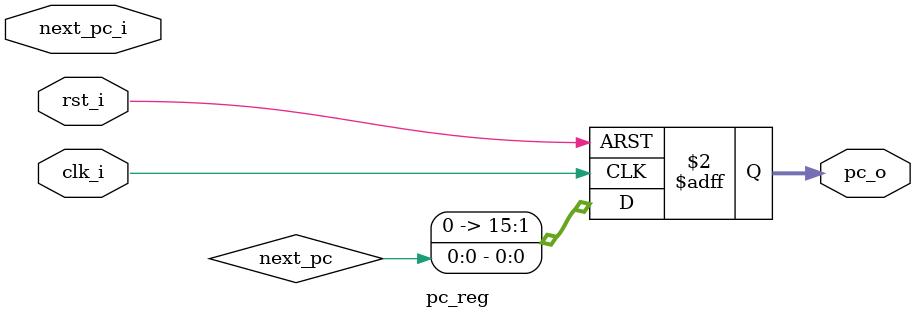
<source format=sv>
module pc_reg #(
    parameter PC_WIDTH = 16
)(
    input  logic         clk_i,
    input  logic         rst_i,
    input  logic [PC_WIDTH-1:0]  next_pc_i,
    
    output logic [PC_WIDTH-1:0]  pc_o
);

always_ff @ (posedge clk_i, posedge rst_i) begin
    if (rst_i) pc_o <= {PC_WIDTH{1'b0}};
    else pc_o <= next_pc;
end

endmodule

</source>
